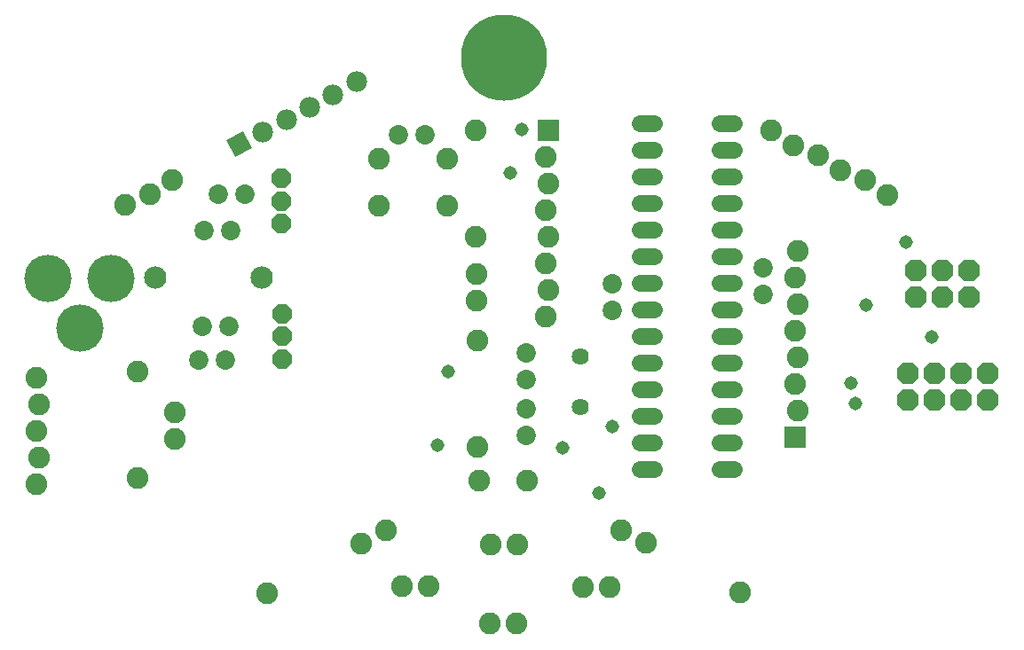
<source format=gbs>
G75*
%MOIN*%
%OFA0B0*%
%FSLAX24Y24*%
%IPPOS*%
%LPD*%
%AMOC8*
5,1,8,0,0,1.08239X$1,22.5*
%
%ADD10C,0.0820*%
%ADD11C,0.0730*%
%ADD12C,0.0640*%
%ADD13OC8,0.0820*%
%ADD14R,0.0820X0.0820*%
%ADD15C,0.0640*%
%ADD16R,0.0714X0.0714*%
%ADD17C,0.0780*%
%ADD18C,0.3236*%
%ADD19OC8,0.0740*%
%ADD20C,0.1780*%
%ADD21C,0.0840*%
%ADD22C,0.0516*%
D10*
X011745Y020436D03*
X015277Y022314D03*
X016209Y022804D03*
X016826Y020709D03*
X017826Y020709D03*
X020141Y019295D03*
X021141Y019295D03*
X023613Y020669D03*
X024613Y020669D03*
X026001Y022344D03*
X025062Y022794D03*
X021530Y024672D03*
X019741Y024682D03*
X019654Y025941D03*
X020156Y022276D03*
X021156Y022276D03*
X019654Y029941D03*
X019623Y031429D03*
X019623Y032429D03*
X019597Y033850D03*
X018512Y034991D03*
X018512Y036771D03*
X019597Y037850D03*
X022224Y036850D03*
X022324Y035850D03*
X022224Y034850D03*
X022324Y033850D03*
X022224Y032850D03*
X022324Y031850D03*
X022224Y030850D03*
X015952Y034991D03*
X015952Y036771D03*
X008191Y035985D03*
X007355Y035427D03*
X006425Y035046D03*
X006885Y028766D03*
X008288Y027220D03*
X008288Y026220D03*
X006885Y024766D03*
X003191Y025551D03*
X003091Y024551D03*
X003091Y026551D03*
X003191Y027551D03*
X003091Y028551D03*
X029533Y020467D03*
X031704Y027290D03*
X031604Y028290D03*
X031704Y029290D03*
X031604Y030290D03*
X031704Y031290D03*
X031604Y032290D03*
X031704Y033290D03*
X033284Y036336D03*
X032448Y036894D03*
X031518Y037275D03*
X030682Y037833D03*
X034214Y035955D03*
X035050Y035397D03*
D11*
X030379Y032662D03*
X030379Y031662D03*
X024729Y032085D03*
X024729Y031085D03*
X021505Y029471D03*
X021505Y028471D03*
X021500Y027385D03*
X021500Y026385D03*
X017695Y037671D03*
X016695Y037671D03*
X010909Y035426D03*
X009909Y035426D03*
X010397Y034081D03*
X009397Y034081D03*
X009316Y030453D03*
X010316Y030453D03*
X010205Y029191D03*
X009205Y029191D03*
D12*
X025743Y029090D02*
X026303Y029090D01*
X026303Y028090D02*
X025743Y028090D01*
X025743Y027090D02*
X026303Y027090D01*
X026303Y026090D02*
X025743Y026090D01*
X025743Y025090D02*
X026303Y025090D01*
X028743Y025090D02*
X029303Y025090D01*
X029303Y026090D02*
X028743Y026090D01*
X028743Y027090D02*
X029303Y027090D01*
X029303Y028090D02*
X028743Y028090D01*
X028743Y029090D02*
X029303Y029090D01*
X029303Y030090D02*
X028743Y030090D01*
X028743Y031090D02*
X029303Y031090D01*
X029303Y032090D02*
X028743Y032090D01*
X028743Y033090D02*
X029303Y033090D01*
X029303Y034090D02*
X028743Y034090D01*
X028743Y035090D02*
X029303Y035090D01*
X029303Y036090D02*
X028743Y036090D01*
X028743Y037090D02*
X029303Y037090D01*
X029303Y038090D02*
X028743Y038090D01*
X026303Y038090D02*
X025743Y038090D01*
X025743Y037090D02*
X026303Y037090D01*
X026303Y036090D02*
X025743Y036090D01*
X025743Y035090D02*
X026303Y035090D01*
X026303Y034090D02*
X025743Y034090D01*
X025743Y033090D02*
X026303Y033090D01*
X026303Y032090D02*
X025743Y032090D01*
X025743Y031090D02*
X026303Y031090D01*
X026303Y030090D02*
X025743Y030090D01*
D13*
X035831Y028713D03*
X036831Y028713D03*
X036831Y027713D03*
X035831Y027713D03*
X037831Y027713D03*
X038831Y027713D03*
X038831Y028713D03*
X037831Y028713D03*
X038117Y031576D03*
X037117Y031576D03*
X037117Y032576D03*
X038117Y032576D03*
X036117Y032576D03*
X036117Y031576D03*
D14*
X031604Y026290D03*
X022324Y037850D03*
D15*
X023531Y029333D03*
X023531Y027433D03*
D16*
G36*
X011191Y037160D02*
X010562Y036825D01*
X010227Y037454D01*
X010856Y037789D01*
X011191Y037160D01*
G37*
D17*
X011592Y037777D03*
X012475Y038246D03*
X013358Y038716D03*
X014241Y039185D03*
X015124Y039655D03*
D18*
X020670Y040553D03*
D19*
X012302Y036032D03*
X012302Y035182D03*
X012302Y034332D03*
X012315Y030938D03*
X012315Y030088D03*
X012315Y029238D03*
D20*
X005894Y032257D03*
X004713Y030406D03*
X003531Y032257D03*
D21*
X007560Y032302D03*
X011560Y032302D03*
D22*
X018148Y026004D03*
X018542Y028760D03*
X022869Y025893D03*
X024219Y024193D03*
X024719Y026693D03*
X033700Y028327D03*
X033857Y027579D03*
X036731Y030059D03*
X034251Y031280D03*
X035769Y033643D03*
X021337Y037854D03*
X020904Y036240D03*
M02*

</source>
